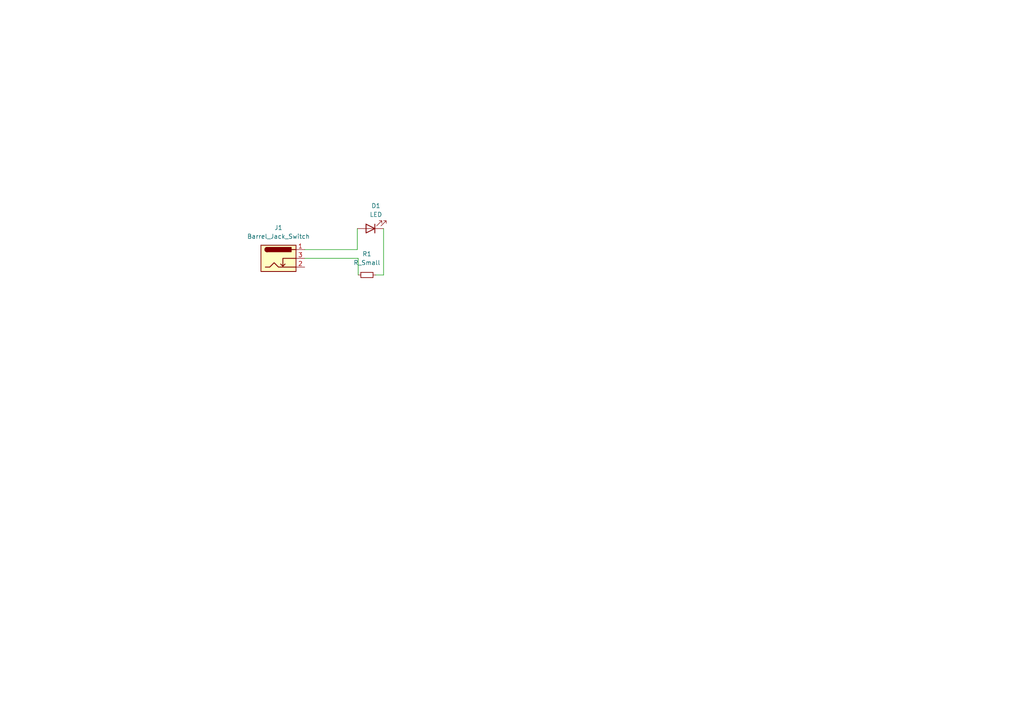
<source format=kicad_sch>
(kicad_sch (version 20230121) (generator eeschema)
  (paper "A4")
  (lib_symbols
    (symbol "Connector:Barrel_Jack_Switch" (pin_names hide)
      (property "Reference" "J" (at 0 5.334 0))
      (property "Value" "Barrel_Jack_Switch" (at 0 -5.08 0))
      (symbol "Barrel_Jack_Switch_0_1"
        (rectangle (start -5.08 3.81) (end 5.08 -3.81) (stroke (width 0.254)) (fill (type background)))
        (arc (start -3.302 3.175) (mid -3.9343 2.54) (end -3.302 1.905) (stroke (width 0.254)))
        (arc (start -3.302 3.175) (mid -3.9343 2.54) (end -3.302 1.905) (stroke (width 0.254)) (fill (type outline)))
        (polyline (pts (xy 1.27 -2.286) (xy 1.905 -1.651)) (stroke (width 0.254)))
        (polyline (pts (xy 5.08 2.54) (xy 3.81 2.54)) (stroke (width 0.254)))
        (polyline (pts (xy 5.08 0) (xy 1.27 0) (xy 1.27 -2.286) (xy 0.635 -1.651)) (stroke (width 0.254)))
        (polyline (pts (xy -3.81 -2.54) (xy -2.54 -2.54) (xy -1.27 -1.27) (xy 0 -2.54) (xy 2.54 -2.54) (xy 5.08 -2.54)) (stroke (width 0.254)))
        (rectangle (start 3.683 3.175) (end -3.302 1.905) (stroke (width 0.254)) (fill (type outline)))
      )
      (symbol "Barrel_Jack_Switch_1_1"
        (pin passive line (at 7.62 2.54 180) (length 2.54) (name "~") (number "1"))
        (pin passive line (at 7.62 -2.54 180) (length 2.54) (name "~") (number "2"))
        (pin passive line (at 7.62 0 180) (length 2.54) (name "~") (number "3"))
      )
    )
    (symbol "Device:LED" (pin_numbers hide) (pin_names (offset 1.016) hide)
      (property "Reference" "D" (at 0 2.54 0))
      (property "Value" "LED" (at 0 -2.54 0))
      (symbol "LED_0_1"
        (polyline (pts (xy -1.27 -1.27) (xy -1.27 1.27)) (stroke (width 0.254)))
        (polyline (pts (xy -1.27 0) (xy 1.27 0)))
        (polyline (pts (xy 1.27 -1.27) (xy 1.27 1.27) (xy -1.27 0) (xy 1.27 -1.27)) (stroke (width 0.254)))
        (polyline (pts (xy -3.048 -0.762) (xy -4.572 -2.286) (xy -3.81 -2.286) (xy -4.572 -2.286) (xy -4.572 -1.524)))
        (polyline (pts (xy -1.778 -0.762) (xy -3.302 -2.286) (xy -2.54 -2.286) (xy -3.302 -2.286) (xy -3.302 -1.524)))
      )
      (symbol "LED_1_1"
        (pin passive line (at -3.81 0 0) (length 2.54) (name "K") (number "1"))
        (pin passive line (at 3.81 0 180) (length 2.54) (name "A") (number "2"))
      )
    )
    (symbol "Device:R_Small" (pin_numbers hide) (pin_names (offset 0.254) hide)
      (property "Reference" "R" (at 0.762 0.508 0))
      (property "Value" "R_Small" (at 0.762 -1.016 0))
      (symbol "R_Small_0_1"
        (rectangle (start -0.762 1.778) (end 0.762 -1.778) (stroke (width 0.2032)))
      )
      (symbol "R_Small_1_1"
        (pin passive line (at 0 2.54 270) (length 0.762) (name "~") (number "1"))
        (pin passive line (at 0 -2.54 90) (length 0.762) (name "~") (number "2"))
      )
    )
  )
  (wire (pts (xy 88.392 74.93) (xy 103.886 74.93)))
  (wire (pts (xy 108.966 79.756) (xy 111.252 79.756)))
  (wire (pts (xy 103.632 72.39) (xy 103.632 66.294)))
  (wire (pts (xy 111.252 79.756) (xy 111.252 66.294)))
  (wire (pts (xy 88.392 72.39) (xy 103.632 72.39)))
  (wire (pts (xy 103.886 74.93) (xy 103.886 79.756)))
  (symbol (lib_id "Connector:Barrel_Jack_Switch") (at 80.772 74.93 0) (unit 1)
    (property "Reference" "J1" (at 80.772 66.04 0))
    (property "Value" "Barrel_Jack_Switch" (at 80.772 68.58 0))
    (property "Footprint" "Button_Switch_THT:KSA_Tactile_SPST" (effects hide))
  )
  (symbol (lib_id "Device:LED") (at 107.442 66.294 180) (unit 1)
    (property "Reference" "D1" (at 109.0295 59.69 0))
    (property "Value" "LED" (at 109.0295 62.23 0))
    (property "Footprint" "LED_SMD:LED_1210_3225Metric_Pad1.42x2.65mm_HandSolder" (effects hide))
  )
  (symbol (lib_id "Device:R_Small") (at 106.426 79.756 90) (unit 1)
    (property "Reference" "R1" (at 106.426 73.66 90))
    (property "Value" "R_Small" (at 106.426 76.2 90))
    (property "Footprint" "Resistor_SMD:R_0612_1632Metric_Pad1.18x3.40mm_HandSolder" (effects hide))
  )
)
</source>
